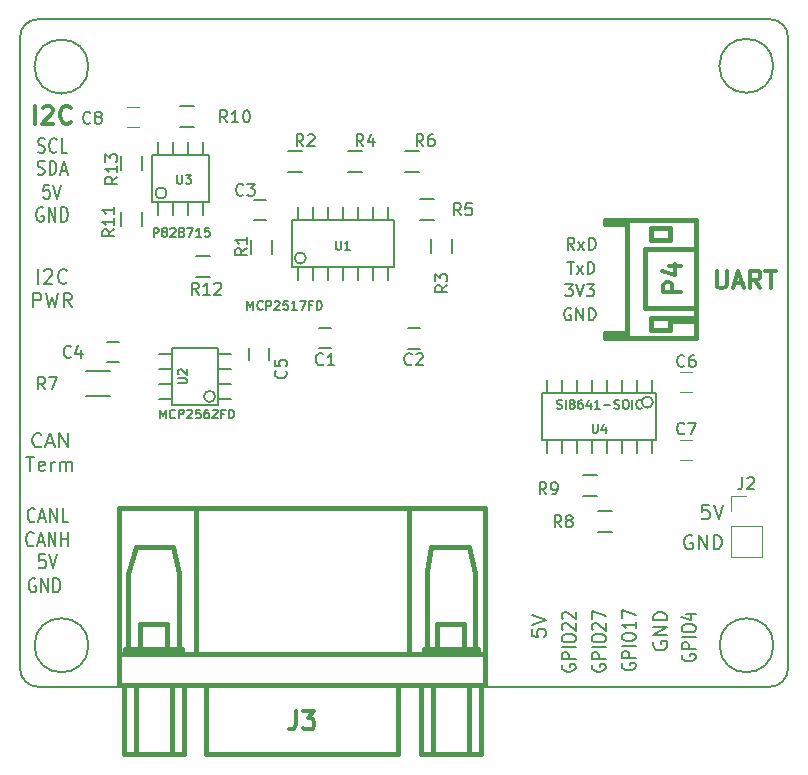
<source format=gto>
G04 #@! TF.FileFunction,Legend,Top*
%FSLAX46Y46*%
G04 Gerber Fmt 4.6, Leading zero omitted, Abs format (unit mm)*
G04 Created by KiCad (PCBNEW 4.0.7-e2-6376~58~ubuntu16.04.1) date Sun Jan  7 22:17:53 2018*
%MOMM*%
%LPD*%
G01*
G04 APERTURE LIST*
%ADD10C,0.100000*%
%ADD11C,0.200000*%
%ADD12C,0.300000*%
%ADD13C,0.150000*%
%ADD14C,0.127000*%
%ADD15C,0.120000*%
%ADD16C,0.381000*%
%ADD17C,0.149860*%
%ADD18C,0.304800*%
G04 APERTURE END LIST*
D10*
D11*
X186334429Y-112626857D02*
X185763000Y-112626857D01*
X185705857Y-113198286D01*
X185763000Y-113141143D01*
X185877286Y-113084000D01*
X186163000Y-113084000D01*
X186277286Y-113141143D01*
X186334429Y-113198286D01*
X186391572Y-113312571D01*
X186391572Y-113598286D01*
X186334429Y-113712571D01*
X186277286Y-113769714D01*
X186163000Y-113826857D01*
X185877286Y-113826857D01*
X185763000Y-113769714D01*
X185705857Y-113712571D01*
X186734429Y-112626857D02*
X187134429Y-113826857D01*
X187534429Y-112626857D01*
X184886715Y-115224000D02*
X184772429Y-115166857D01*
X184601000Y-115166857D01*
X184429572Y-115224000D01*
X184315286Y-115338286D01*
X184258143Y-115452571D01*
X184201000Y-115681143D01*
X184201000Y-115852571D01*
X184258143Y-116081143D01*
X184315286Y-116195429D01*
X184429572Y-116309714D01*
X184601000Y-116366857D01*
X184715286Y-116366857D01*
X184886715Y-116309714D01*
X184943858Y-116252571D01*
X184943858Y-115852571D01*
X184715286Y-115852571D01*
X185458143Y-116366857D02*
X185458143Y-115166857D01*
X186143858Y-116366857D01*
X186143858Y-115166857D01*
X186715286Y-116366857D02*
X186715286Y-115166857D01*
X187001001Y-115166857D01*
X187172429Y-115224000D01*
X187286715Y-115338286D01*
X187343858Y-115452571D01*
X187401001Y-115681143D01*
X187401001Y-115852571D01*
X187343858Y-116081143D01*
X187286715Y-116195429D01*
X187172429Y-116309714D01*
X187001001Y-116366857D01*
X186715286Y-116366857D01*
X181645000Y-124231285D02*
X181587857Y-124345571D01*
X181587857Y-124517000D01*
X181645000Y-124688428D01*
X181759286Y-124802714D01*
X181873571Y-124859857D01*
X182102143Y-124917000D01*
X182273571Y-124917000D01*
X182502143Y-124859857D01*
X182616429Y-124802714D01*
X182730714Y-124688428D01*
X182787857Y-124517000D01*
X182787857Y-124402714D01*
X182730714Y-124231285D01*
X182673571Y-124174142D01*
X182273571Y-124174142D01*
X182273571Y-124402714D01*
X182787857Y-123659857D02*
X181587857Y-123659857D01*
X182787857Y-122974142D01*
X181587857Y-122974142D01*
X182787857Y-122402714D02*
X181587857Y-122402714D01*
X181587857Y-122116999D01*
X181645000Y-121945571D01*
X181759286Y-121831285D01*
X181873571Y-121774142D01*
X182102143Y-121716999D01*
X182273571Y-121716999D01*
X182502143Y-121774142D01*
X182616429Y-121831285D01*
X182730714Y-121945571D01*
X182787857Y-122116999D01*
X182787857Y-122402714D01*
X130111524Y-116792457D02*
X129635333Y-116792457D01*
X129587714Y-117363886D01*
X129635333Y-117306743D01*
X129730571Y-117249600D01*
X129968667Y-117249600D01*
X130063905Y-117306743D01*
X130111524Y-117363886D01*
X130159143Y-117478171D01*
X130159143Y-117763886D01*
X130111524Y-117878171D01*
X130063905Y-117935314D01*
X129968667Y-117992457D01*
X129730571Y-117992457D01*
X129635333Y-117935314D01*
X129587714Y-117878171D01*
X130444857Y-116792457D02*
X130778190Y-117992457D01*
X131111524Y-116792457D01*
X129286096Y-118881600D02*
X129190858Y-118824457D01*
X129048001Y-118824457D01*
X128905143Y-118881600D01*
X128809905Y-118995886D01*
X128762286Y-119110171D01*
X128714667Y-119338743D01*
X128714667Y-119510171D01*
X128762286Y-119738743D01*
X128809905Y-119853029D01*
X128905143Y-119967314D01*
X129048001Y-120024457D01*
X129143239Y-120024457D01*
X129286096Y-119967314D01*
X129333715Y-119910171D01*
X129333715Y-119510171D01*
X129143239Y-119510171D01*
X129762286Y-120024457D02*
X129762286Y-118824457D01*
X130333715Y-120024457D01*
X130333715Y-118824457D01*
X130809905Y-120024457D02*
X130809905Y-118824457D01*
X131048000Y-118824457D01*
X131190858Y-118881600D01*
X131286096Y-118995886D01*
X131333715Y-119110171D01*
X131381334Y-119338743D01*
X131381334Y-119510171D01*
X131333715Y-119738743D01*
X131286096Y-119853029D01*
X131190858Y-119967314D01*
X131048000Y-120024457D01*
X130809905Y-120024457D01*
X130467124Y-85499657D02*
X129990933Y-85499657D01*
X129943314Y-86071086D01*
X129990933Y-86013943D01*
X130086171Y-85956800D01*
X130324267Y-85956800D01*
X130419505Y-86013943D01*
X130467124Y-86071086D01*
X130514743Y-86185371D01*
X130514743Y-86471086D01*
X130467124Y-86585371D01*
X130419505Y-86642514D01*
X130324267Y-86699657D01*
X130086171Y-86699657D01*
X129990933Y-86642514D01*
X129943314Y-86585371D01*
X130800457Y-85499657D02*
X131133790Y-86699657D01*
X131467124Y-85499657D01*
X129946496Y-87487200D02*
X129851258Y-87430057D01*
X129708401Y-87430057D01*
X129565543Y-87487200D01*
X129470305Y-87601486D01*
X129422686Y-87715771D01*
X129375067Y-87944343D01*
X129375067Y-88115771D01*
X129422686Y-88344343D01*
X129470305Y-88458629D01*
X129565543Y-88572914D01*
X129708401Y-88630057D01*
X129803639Y-88630057D01*
X129946496Y-88572914D01*
X129994115Y-88515771D01*
X129994115Y-88115771D01*
X129803639Y-88115771D01*
X130422686Y-88630057D02*
X130422686Y-87430057D01*
X130994115Y-88630057D01*
X130994115Y-87430057D01*
X131470305Y-88630057D02*
X131470305Y-87430057D01*
X131708400Y-87430057D01*
X131851258Y-87487200D01*
X131946496Y-87601486D01*
X131994115Y-87715771D01*
X132041734Y-87944343D01*
X132041734Y-88115771D01*
X131994115Y-88344343D01*
X131946496Y-88458629D01*
X131851258Y-88572914D01*
X131708400Y-88630057D01*
X131470305Y-88630057D01*
X129494114Y-84610514D02*
X129636971Y-84667657D01*
X129875067Y-84667657D01*
X129970305Y-84610514D01*
X130017924Y-84553371D01*
X130065543Y-84439086D01*
X130065543Y-84324800D01*
X130017924Y-84210514D01*
X129970305Y-84153371D01*
X129875067Y-84096229D01*
X129684590Y-84039086D01*
X129589352Y-83981943D01*
X129541733Y-83924800D01*
X129494114Y-83810514D01*
X129494114Y-83696229D01*
X129541733Y-83581943D01*
X129589352Y-83524800D01*
X129684590Y-83467657D01*
X129922686Y-83467657D01*
X130065543Y-83524800D01*
X130494114Y-84667657D02*
X130494114Y-83467657D01*
X130732209Y-83467657D01*
X130875067Y-83524800D01*
X130970305Y-83639086D01*
X131017924Y-83753371D01*
X131065543Y-83981943D01*
X131065543Y-84153371D01*
X131017924Y-84381943D01*
X130970305Y-84496229D01*
X130875067Y-84610514D01*
X130732209Y-84667657D01*
X130494114Y-84667657D01*
X131446495Y-84324800D02*
X131922686Y-84324800D01*
X131351257Y-84667657D02*
X131684590Y-83467657D01*
X132017924Y-84667657D01*
X129517924Y-82730914D02*
X129660781Y-82788057D01*
X129898877Y-82788057D01*
X129994115Y-82730914D01*
X130041734Y-82673771D01*
X130089353Y-82559486D01*
X130089353Y-82445200D01*
X130041734Y-82330914D01*
X129994115Y-82273771D01*
X129898877Y-82216629D01*
X129708400Y-82159486D01*
X129613162Y-82102343D01*
X129565543Y-82045200D01*
X129517924Y-81930914D01*
X129517924Y-81816629D01*
X129565543Y-81702343D01*
X129613162Y-81645200D01*
X129708400Y-81588057D01*
X129946496Y-81588057D01*
X130089353Y-81645200D01*
X131089353Y-82673771D02*
X131041734Y-82730914D01*
X130898877Y-82788057D01*
X130803639Y-82788057D01*
X130660781Y-82730914D01*
X130565543Y-82616629D01*
X130517924Y-82502343D01*
X130470305Y-82273771D01*
X130470305Y-82102343D01*
X130517924Y-81873771D01*
X130565543Y-81759486D01*
X130660781Y-81645200D01*
X130803639Y-81588057D01*
X130898877Y-81588057D01*
X131041734Y-81645200D01*
X131089353Y-81702343D01*
X131994115Y-82788057D02*
X131517924Y-82788057D01*
X131517924Y-81588057D01*
X129784572Y-107632571D02*
X129727429Y-107689714D01*
X129556000Y-107746857D01*
X129441714Y-107746857D01*
X129270286Y-107689714D01*
X129156000Y-107575429D01*
X129098857Y-107461143D01*
X129041714Y-107232571D01*
X129041714Y-107061143D01*
X129098857Y-106832571D01*
X129156000Y-106718286D01*
X129270286Y-106604000D01*
X129441714Y-106546857D01*
X129556000Y-106546857D01*
X129727429Y-106604000D01*
X129784572Y-106661143D01*
X130241714Y-107404000D02*
X130813143Y-107404000D01*
X130127429Y-107746857D02*
X130527429Y-106546857D01*
X130927429Y-107746857D01*
X131327428Y-107746857D02*
X131327428Y-106546857D01*
X132013143Y-107746857D01*
X132013143Y-106546857D01*
X128527429Y-108546857D02*
X129213143Y-108546857D01*
X128870286Y-109746857D02*
X128870286Y-108546857D01*
X130070286Y-109689714D02*
X129956000Y-109746857D01*
X129727429Y-109746857D01*
X129613143Y-109689714D01*
X129556000Y-109575429D01*
X129556000Y-109118286D01*
X129613143Y-109004000D01*
X129727429Y-108946857D01*
X129956000Y-108946857D01*
X130070286Y-109004000D01*
X130127429Y-109118286D01*
X130127429Y-109232571D01*
X129556000Y-109346857D01*
X130641714Y-109746857D02*
X130641714Y-108946857D01*
X130641714Y-109175429D02*
X130698857Y-109061143D01*
X130756000Y-109004000D01*
X130870286Y-108946857D01*
X130984571Y-108946857D01*
X131384571Y-109746857D02*
X131384571Y-108946857D01*
X131384571Y-109061143D02*
X131441714Y-109004000D01*
X131556000Y-108946857D01*
X131727428Y-108946857D01*
X131841714Y-109004000D01*
X131898857Y-109118286D01*
X131898857Y-109746857D01*
X131898857Y-109118286D02*
X131956000Y-109004000D01*
X132070286Y-108946857D01*
X132241714Y-108946857D01*
X132356000Y-109004000D01*
X132413143Y-109118286D01*
X132413143Y-109746857D01*
X173898000Y-126158380D02*
X173840857Y-126253618D01*
X173840857Y-126396475D01*
X173898000Y-126539333D01*
X174012286Y-126634571D01*
X174126571Y-126682190D01*
X174355143Y-126729809D01*
X174526571Y-126729809D01*
X174755143Y-126682190D01*
X174869429Y-126634571D01*
X174983714Y-126539333D01*
X175040857Y-126396475D01*
X175040857Y-126301237D01*
X174983714Y-126158380D01*
X174926571Y-126110761D01*
X174526571Y-126110761D01*
X174526571Y-126301237D01*
X175040857Y-125682190D02*
X173840857Y-125682190D01*
X173840857Y-125301237D01*
X173898000Y-125205999D01*
X173955143Y-125158380D01*
X174069429Y-125110761D01*
X174240857Y-125110761D01*
X174355143Y-125158380D01*
X174412286Y-125205999D01*
X174469429Y-125301237D01*
X174469429Y-125682190D01*
X175040857Y-124682190D02*
X173840857Y-124682190D01*
X173840857Y-124015524D02*
X173840857Y-123825047D01*
X173898000Y-123729809D01*
X174012286Y-123634571D01*
X174240857Y-123586952D01*
X174640857Y-123586952D01*
X174869429Y-123634571D01*
X174983714Y-123729809D01*
X175040857Y-123825047D01*
X175040857Y-124015524D01*
X174983714Y-124110762D01*
X174869429Y-124206000D01*
X174640857Y-124253619D01*
X174240857Y-124253619D01*
X174012286Y-124206000D01*
X173898000Y-124110762D01*
X173840857Y-124015524D01*
X173955143Y-123206000D02*
X173898000Y-123158381D01*
X173840857Y-123063143D01*
X173840857Y-122825047D01*
X173898000Y-122729809D01*
X173955143Y-122682190D01*
X174069429Y-122634571D01*
X174183714Y-122634571D01*
X174355143Y-122682190D01*
X175040857Y-123253619D01*
X175040857Y-122634571D01*
X173955143Y-122253619D02*
X173898000Y-122206000D01*
X173840857Y-122110762D01*
X173840857Y-121872666D01*
X173898000Y-121777428D01*
X173955143Y-121729809D01*
X174069429Y-121682190D01*
X174183714Y-121682190D01*
X174355143Y-121729809D01*
X175040857Y-122301238D01*
X175040857Y-121682190D01*
X176438000Y-126158380D02*
X176380857Y-126253618D01*
X176380857Y-126396475D01*
X176438000Y-126539333D01*
X176552286Y-126634571D01*
X176666571Y-126682190D01*
X176895143Y-126729809D01*
X177066571Y-126729809D01*
X177295143Y-126682190D01*
X177409429Y-126634571D01*
X177523714Y-126539333D01*
X177580857Y-126396475D01*
X177580857Y-126301237D01*
X177523714Y-126158380D01*
X177466571Y-126110761D01*
X177066571Y-126110761D01*
X177066571Y-126301237D01*
X177580857Y-125682190D02*
X176380857Y-125682190D01*
X176380857Y-125301237D01*
X176438000Y-125205999D01*
X176495143Y-125158380D01*
X176609429Y-125110761D01*
X176780857Y-125110761D01*
X176895143Y-125158380D01*
X176952286Y-125205999D01*
X177009429Y-125301237D01*
X177009429Y-125682190D01*
X177580857Y-124682190D02*
X176380857Y-124682190D01*
X176380857Y-124015524D02*
X176380857Y-123825047D01*
X176438000Y-123729809D01*
X176552286Y-123634571D01*
X176780857Y-123586952D01*
X177180857Y-123586952D01*
X177409429Y-123634571D01*
X177523714Y-123729809D01*
X177580857Y-123825047D01*
X177580857Y-124015524D01*
X177523714Y-124110762D01*
X177409429Y-124206000D01*
X177180857Y-124253619D01*
X176780857Y-124253619D01*
X176552286Y-124206000D01*
X176438000Y-124110762D01*
X176380857Y-124015524D01*
X176495143Y-123206000D02*
X176438000Y-123158381D01*
X176380857Y-123063143D01*
X176380857Y-122825047D01*
X176438000Y-122729809D01*
X176495143Y-122682190D01*
X176609429Y-122634571D01*
X176723714Y-122634571D01*
X176895143Y-122682190D01*
X177580857Y-123253619D01*
X177580857Y-122634571D01*
X176380857Y-122301238D02*
X176380857Y-121634571D01*
X177580857Y-122063143D01*
X184058000Y-125301190D02*
X184000857Y-125396428D01*
X184000857Y-125539285D01*
X184058000Y-125682143D01*
X184172286Y-125777381D01*
X184286571Y-125825000D01*
X184515143Y-125872619D01*
X184686571Y-125872619D01*
X184915143Y-125825000D01*
X185029429Y-125777381D01*
X185143714Y-125682143D01*
X185200857Y-125539285D01*
X185200857Y-125444047D01*
X185143714Y-125301190D01*
X185086571Y-125253571D01*
X184686571Y-125253571D01*
X184686571Y-125444047D01*
X185200857Y-124825000D02*
X184000857Y-124825000D01*
X184000857Y-124444047D01*
X184058000Y-124348809D01*
X184115143Y-124301190D01*
X184229429Y-124253571D01*
X184400857Y-124253571D01*
X184515143Y-124301190D01*
X184572286Y-124348809D01*
X184629429Y-124444047D01*
X184629429Y-124825000D01*
X185200857Y-123825000D02*
X184000857Y-123825000D01*
X184000857Y-123158334D02*
X184000857Y-122967857D01*
X184058000Y-122872619D01*
X184172286Y-122777381D01*
X184400857Y-122729762D01*
X184800857Y-122729762D01*
X185029429Y-122777381D01*
X185143714Y-122872619D01*
X185200857Y-122967857D01*
X185200857Y-123158334D01*
X185143714Y-123253572D01*
X185029429Y-123348810D01*
X184800857Y-123396429D01*
X184400857Y-123396429D01*
X184172286Y-123348810D01*
X184058000Y-123253572D01*
X184000857Y-123158334D01*
X184400857Y-121872619D02*
X185200857Y-121872619D01*
X183943714Y-122110715D02*
X184800857Y-122348810D01*
X184800857Y-121729762D01*
X178978000Y-126031380D02*
X178920857Y-126126618D01*
X178920857Y-126269475D01*
X178978000Y-126412333D01*
X179092286Y-126507571D01*
X179206571Y-126555190D01*
X179435143Y-126602809D01*
X179606571Y-126602809D01*
X179835143Y-126555190D01*
X179949429Y-126507571D01*
X180063714Y-126412333D01*
X180120857Y-126269475D01*
X180120857Y-126174237D01*
X180063714Y-126031380D01*
X180006571Y-125983761D01*
X179606571Y-125983761D01*
X179606571Y-126174237D01*
X180120857Y-125555190D02*
X178920857Y-125555190D01*
X178920857Y-125174237D01*
X178978000Y-125078999D01*
X179035143Y-125031380D01*
X179149429Y-124983761D01*
X179320857Y-124983761D01*
X179435143Y-125031380D01*
X179492286Y-125078999D01*
X179549429Y-125174237D01*
X179549429Y-125555190D01*
X180120857Y-124555190D02*
X178920857Y-124555190D01*
X178920857Y-123888524D02*
X178920857Y-123698047D01*
X178978000Y-123602809D01*
X179092286Y-123507571D01*
X179320857Y-123459952D01*
X179720857Y-123459952D01*
X179949429Y-123507571D01*
X180063714Y-123602809D01*
X180120857Y-123698047D01*
X180120857Y-123888524D01*
X180063714Y-123983762D01*
X179949429Y-124079000D01*
X179720857Y-124126619D01*
X179320857Y-124126619D01*
X179092286Y-124079000D01*
X178978000Y-123983762D01*
X178920857Y-123888524D01*
X180120857Y-122507571D02*
X180120857Y-123079000D01*
X180120857Y-122793286D02*
X178920857Y-122793286D01*
X179092286Y-122888524D01*
X179206571Y-122983762D01*
X179263714Y-123079000D01*
X178920857Y-122174238D02*
X178920857Y-121507571D01*
X180120857Y-121936143D01*
X129254381Y-113966571D02*
X129206762Y-114023714D01*
X129063905Y-114080857D01*
X128968667Y-114080857D01*
X128825809Y-114023714D01*
X128730571Y-113909429D01*
X128682952Y-113795143D01*
X128635333Y-113566571D01*
X128635333Y-113395143D01*
X128682952Y-113166571D01*
X128730571Y-113052286D01*
X128825809Y-112938000D01*
X128968667Y-112880857D01*
X129063905Y-112880857D01*
X129206762Y-112938000D01*
X129254381Y-112995143D01*
X129635333Y-113738000D02*
X130111524Y-113738000D01*
X129540095Y-114080857D02*
X129873428Y-112880857D01*
X130206762Y-114080857D01*
X130540095Y-114080857D02*
X130540095Y-112880857D01*
X131111524Y-114080857D01*
X131111524Y-112880857D01*
X132063905Y-114080857D02*
X131587714Y-114080857D01*
X131587714Y-112880857D01*
X129135334Y-115998571D02*
X129087715Y-116055714D01*
X128944858Y-116112857D01*
X128849620Y-116112857D01*
X128706762Y-116055714D01*
X128611524Y-115941429D01*
X128563905Y-115827143D01*
X128516286Y-115598571D01*
X128516286Y-115427143D01*
X128563905Y-115198571D01*
X128611524Y-115084286D01*
X128706762Y-114970000D01*
X128849620Y-114912857D01*
X128944858Y-114912857D01*
X129087715Y-114970000D01*
X129135334Y-115027143D01*
X129516286Y-115770000D02*
X129992477Y-115770000D01*
X129421048Y-116112857D02*
X129754381Y-114912857D01*
X130087715Y-116112857D01*
X130421048Y-116112857D02*
X130421048Y-114912857D01*
X130992477Y-116112857D01*
X130992477Y-114912857D01*
X131468667Y-116112857D02*
X131468667Y-114912857D01*
X131468667Y-115484286D02*
X132040096Y-115484286D01*
X132040096Y-116112857D02*
X132040096Y-114912857D01*
X171300857Y-123164571D02*
X171300857Y-123736000D01*
X171872286Y-123793143D01*
X171815143Y-123736000D01*
X171758000Y-123621714D01*
X171758000Y-123336000D01*
X171815143Y-123221714D01*
X171872286Y-123164571D01*
X171986571Y-123107428D01*
X172272286Y-123107428D01*
X172386571Y-123164571D01*
X172443714Y-123221714D01*
X172500857Y-123336000D01*
X172500857Y-123621714D01*
X172443714Y-123736000D01*
X172386571Y-123793143D01*
X171300857Y-122764571D02*
X172500857Y-122364571D01*
X171300857Y-121964571D01*
X129536971Y-93878457D02*
X129536971Y-92678457D01*
X130051257Y-92792743D02*
X130108400Y-92735600D01*
X130222686Y-92678457D01*
X130508400Y-92678457D01*
X130622686Y-92735600D01*
X130679829Y-92792743D01*
X130736972Y-92907029D01*
X130736972Y-93021314D01*
X130679829Y-93192743D01*
X129994115Y-93878457D01*
X130736972Y-93878457D01*
X131936972Y-93764171D02*
X131879829Y-93821314D01*
X131708400Y-93878457D01*
X131594114Y-93878457D01*
X131422686Y-93821314D01*
X131308400Y-93707029D01*
X131251257Y-93592743D01*
X131194114Y-93364171D01*
X131194114Y-93192743D01*
X131251257Y-92964171D01*
X131308400Y-92849886D01*
X131422686Y-92735600D01*
X131594114Y-92678457D01*
X131708400Y-92678457D01*
X131879829Y-92735600D01*
X131936972Y-92792743D01*
X129108400Y-95878457D02*
X129108400Y-94678457D01*
X129565543Y-94678457D01*
X129679829Y-94735600D01*
X129736972Y-94792743D01*
X129794115Y-94907029D01*
X129794115Y-95078457D01*
X129736972Y-95192743D01*
X129679829Y-95249886D01*
X129565543Y-95307029D01*
X129108400Y-95307029D01*
X130194115Y-94678457D02*
X130479829Y-95878457D01*
X130708400Y-95021314D01*
X130936972Y-95878457D01*
X131222686Y-94678457D01*
X132365544Y-95878457D02*
X131965544Y-95307029D01*
X131679829Y-95878457D02*
X131679829Y-94678457D01*
X132136972Y-94678457D01*
X132251258Y-94735600D01*
X132308401Y-94792743D01*
X132365544Y-94907029D01*
X132365544Y-95078457D01*
X132308401Y-95192743D01*
X132251258Y-95249886D01*
X132136972Y-95307029D01*
X131679829Y-95307029D01*
X174918762Y-91003381D02*
X174585428Y-90527190D01*
X174347333Y-91003381D02*
X174347333Y-90003381D01*
X174728286Y-90003381D01*
X174823524Y-90051000D01*
X174871143Y-90098619D01*
X174918762Y-90193857D01*
X174918762Y-90336714D01*
X174871143Y-90431952D01*
X174823524Y-90479571D01*
X174728286Y-90527190D01*
X174347333Y-90527190D01*
X175252095Y-91003381D02*
X175775905Y-90336714D01*
X175252095Y-90336714D02*
X175775905Y-91003381D01*
X176156857Y-91003381D02*
X176156857Y-90003381D01*
X176394952Y-90003381D01*
X176537810Y-90051000D01*
X176633048Y-90146238D01*
X176680667Y-90241476D01*
X176728286Y-90431952D01*
X176728286Y-90574810D01*
X176680667Y-90765286D01*
X176633048Y-90860524D01*
X176537810Y-90955762D01*
X176394952Y-91003381D01*
X176156857Y-91003381D01*
X174323524Y-92035381D02*
X174894953Y-92035381D01*
X174609238Y-93035381D02*
X174609238Y-92035381D01*
X175133048Y-93035381D02*
X175656858Y-92368714D01*
X175133048Y-92368714D02*
X175656858Y-93035381D01*
X176037810Y-93035381D02*
X176037810Y-92035381D01*
X176275905Y-92035381D01*
X176418763Y-92083000D01*
X176514001Y-92178238D01*
X176561620Y-92273476D01*
X176609239Y-92463952D01*
X176609239Y-92606810D01*
X176561620Y-92797286D01*
X176514001Y-92892524D01*
X176418763Y-92987762D01*
X176275905Y-93035381D01*
X176037810Y-93035381D01*
X174625096Y-96020000D02*
X174529858Y-95972381D01*
X174387001Y-95972381D01*
X174244143Y-96020000D01*
X174148905Y-96115238D01*
X174101286Y-96210476D01*
X174053667Y-96400952D01*
X174053667Y-96543810D01*
X174101286Y-96734286D01*
X174148905Y-96829524D01*
X174244143Y-96924762D01*
X174387001Y-96972381D01*
X174482239Y-96972381D01*
X174625096Y-96924762D01*
X174672715Y-96877143D01*
X174672715Y-96543810D01*
X174482239Y-96543810D01*
X175101286Y-96972381D02*
X175101286Y-95972381D01*
X175672715Y-96972381D01*
X175672715Y-95972381D01*
X176148905Y-96972381D02*
X176148905Y-95972381D01*
X176387000Y-95972381D01*
X176529858Y-96020000D01*
X176625096Y-96115238D01*
X176672715Y-96210476D01*
X176720334Y-96400952D01*
X176720334Y-96543810D01*
X176672715Y-96734286D01*
X176625096Y-96829524D01*
X176529858Y-96924762D01*
X176387000Y-96972381D01*
X176148905Y-96972381D01*
X174148905Y-93940381D02*
X174767953Y-93940381D01*
X174434619Y-94321333D01*
X174577477Y-94321333D01*
X174672715Y-94368952D01*
X174720334Y-94416571D01*
X174767953Y-94511810D01*
X174767953Y-94749905D01*
X174720334Y-94845143D01*
X174672715Y-94892762D01*
X174577477Y-94940381D01*
X174291762Y-94940381D01*
X174196524Y-94892762D01*
X174148905Y-94845143D01*
X175053667Y-93940381D02*
X175387000Y-94940381D01*
X175720334Y-93940381D01*
X175958429Y-93940381D02*
X176577477Y-93940381D01*
X176244143Y-94321333D01*
X176387001Y-94321333D01*
X176482239Y-94368952D01*
X176529858Y-94416571D01*
X176577477Y-94511810D01*
X176577477Y-94749905D01*
X176529858Y-94845143D01*
X176482239Y-94892762D01*
X176387001Y-94940381D01*
X176101286Y-94940381D01*
X176006048Y-94892762D01*
X175958429Y-94845143D01*
D12*
X186964143Y-92777571D02*
X186964143Y-93991857D01*
X187035571Y-94134714D01*
X187107000Y-94206143D01*
X187249857Y-94277571D01*
X187535571Y-94277571D01*
X187678429Y-94206143D01*
X187749857Y-94134714D01*
X187821286Y-93991857D01*
X187821286Y-92777571D01*
X188464143Y-93849000D02*
X189178429Y-93849000D01*
X188321286Y-94277571D02*
X188821286Y-92777571D01*
X189321286Y-94277571D01*
X190678429Y-94277571D02*
X190178429Y-93563286D01*
X189821286Y-94277571D02*
X189821286Y-92777571D01*
X190392714Y-92777571D01*
X190535572Y-92849000D01*
X190607000Y-92920429D01*
X190678429Y-93063286D01*
X190678429Y-93277571D01*
X190607000Y-93420429D01*
X190535572Y-93491857D01*
X190392714Y-93563286D01*
X189821286Y-93563286D01*
X191107000Y-92777571D02*
X191964143Y-92777571D01*
X191535572Y-94277571D02*
X191535572Y-92777571D01*
X129294915Y-80332971D02*
X129294915Y-78832971D01*
X129937772Y-78975829D02*
X130009201Y-78904400D01*
X130152058Y-78832971D01*
X130509201Y-78832971D01*
X130652058Y-78904400D01*
X130723487Y-78975829D01*
X130794915Y-79118686D01*
X130794915Y-79261543D01*
X130723487Y-79475829D01*
X129866344Y-80332971D01*
X130794915Y-80332971D01*
X132294915Y-80190114D02*
X132223486Y-80261543D01*
X132009200Y-80332971D01*
X131866343Y-80332971D01*
X131652058Y-80261543D01*
X131509200Y-80118686D01*
X131437772Y-79975829D01*
X131366343Y-79690114D01*
X131366343Y-79475829D01*
X131437772Y-79190114D01*
X131509200Y-79047257D01*
X131652058Y-78904400D01*
X131866343Y-78832971D01*
X132009200Y-78832971D01*
X132223486Y-78904400D01*
X132294915Y-78975829D01*
D13*
X129500000Y-71500000D02*
X191500000Y-71500000D01*
X128000000Y-126500000D02*
X128000000Y-73000000D01*
X191500000Y-128000000D02*
X129500000Y-128000000D01*
X193000000Y-73000000D02*
X193000000Y-126500000D01*
X129500000Y-71500000D02*
G75*
G03X128000000Y-73000000I0J-1500000D01*
G01*
X128000000Y-126500000D02*
G75*
G03X129500000Y-128000000I1500000J0D01*
G01*
X191500000Y-128000000D02*
G75*
G03X193000000Y-126500000I0J1500000D01*
G01*
X193000000Y-73000000D02*
G75*
G03X191500000Y-71500000I-1500000J0D01*
G01*
X191770000Y-75438000D02*
G75*
G03X191770000Y-75438000I-2286000J0D01*
G01*
X133786000Y-75500000D02*
G75*
G03X133786000Y-75500000I-2286000J0D01*
G01*
X191786000Y-124500000D02*
G75*
G03X191786000Y-124500000I-2286000J0D01*
G01*
X133786000Y-124500000D02*
G75*
G03X133786000Y-124500000I-2286000J0D01*
G01*
X153322400Y-99325800D02*
X154322400Y-99325800D01*
X154322400Y-97625800D02*
X153322400Y-97625800D01*
X161866200Y-97676600D02*
X160866200Y-97676600D01*
X160866200Y-99376600D02*
X161866200Y-99376600D01*
X135390000Y-100545000D02*
X136390000Y-100545000D01*
X136390000Y-98845000D02*
X135390000Y-98845000D01*
X147359000Y-99322000D02*
X147359000Y-100322000D01*
X149059000Y-100322000D02*
X149059000Y-99322000D01*
X147588000Y-91412000D02*
X147588000Y-90212000D01*
X149338000Y-90212000D02*
X149338000Y-91412000D01*
X151850000Y-84441000D02*
X150650000Y-84441000D01*
X150650000Y-82691000D02*
X151850000Y-82691000D01*
X164578000Y-90085000D02*
X164578000Y-91285000D01*
X162828000Y-91285000D02*
X162828000Y-90085000D01*
X156930000Y-84441000D02*
X155730000Y-84441000D01*
X155730000Y-82691000D02*
X156930000Y-82691000D01*
D14*
X139192000Y-82981800D02*
X139192000Y-86944200D01*
X139192000Y-86944200D02*
X144018000Y-86944200D01*
X144018000Y-86944200D02*
X144018000Y-82981800D01*
X144018000Y-82981800D02*
X139192000Y-82981800D01*
X139700000Y-82981800D02*
X139700000Y-81889600D01*
X140970000Y-82981800D02*
X140970000Y-81889600D01*
X142240000Y-82981800D02*
X142240000Y-81889600D01*
X143510000Y-81889600D02*
X143510000Y-82981800D01*
X143510000Y-86944200D02*
X143510000Y-88036400D01*
X142240000Y-88036400D02*
X142240000Y-86944200D01*
X140970000Y-88036400D02*
X140970000Y-86944200D01*
X139700000Y-88036400D02*
X139700000Y-86944200D01*
X140401067Y-86207600D02*
G75*
G03X140401067Y-86207600I-472467J0D01*
G01*
X140817600Y-104165400D02*
X144780000Y-104165400D01*
X144780000Y-104165400D02*
X144780000Y-99339400D01*
X144780000Y-99339400D02*
X140817600Y-99339400D01*
X140817600Y-99339400D02*
X140817600Y-104165400D01*
X140817600Y-103657400D02*
X139725400Y-103657400D01*
X140817600Y-102387400D02*
X139725400Y-102387400D01*
X140817600Y-101117400D02*
X139725400Y-101117400D01*
X139725400Y-99847400D02*
X140817600Y-99847400D01*
X144780000Y-99847400D02*
X145872200Y-99847400D01*
X145872200Y-101117400D02*
X144780000Y-101117400D01*
X145872200Y-102387400D02*
X144780000Y-102387400D01*
X145872200Y-103657400D02*
X144780000Y-103657400D01*
X144515867Y-103428800D02*
G75*
G03X144515867Y-103428800I-472467J0D01*
G01*
X150977600Y-88493600D02*
X150977600Y-92456000D01*
X150977600Y-92456000D02*
X159613600Y-92456000D01*
X159613600Y-92456000D02*
X159613600Y-88493600D01*
X159613600Y-88493600D02*
X150977600Y-88493600D01*
X152755600Y-88493600D02*
X152755600Y-87401400D01*
X154025600Y-88493600D02*
X154025600Y-87401400D01*
X155295600Y-88493600D02*
X155295600Y-87401400D01*
X151485600Y-88493600D02*
X151485600Y-87401400D01*
X156565600Y-87401400D02*
X156565600Y-88493600D01*
X157835600Y-87401400D02*
X157835600Y-88493600D01*
X159105600Y-87401400D02*
X159105600Y-88493600D01*
X159105600Y-92456000D02*
X159105600Y-93548200D01*
X157835600Y-92456000D02*
X157835600Y-93548200D01*
X151485600Y-92456000D02*
X151485600Y-93548200D01*
X152755600Y-93548200D02*
X152755600Y-92456000D01*
X156565600Y-93548200D02*
X156565600Y-92456000D01*
X155295600Y-93548200D02*
X155295600Y-92456000D01*
X154025600Y-93548200D02*
X154025600Y-92456000D01*
X152186667Y-91719400D02*
G75*
G03X152186667Y-91719400I-472467J0D01*
G01*
D13*
X147836000Y-88480000D02*
X148836000Y-88480000D01*
X148836000Y-86780000D02*
X147836000Y-86780000D01*
D15*
X184904000Y-101385000D02*
X183904000Y-101385000D01*
X183904000Y-103085000D02*
X184904000Y-103085000D01*
X184904000Y-107100000D02*
X183904000Y-107100000D01*
X183904000Y-108800000D02*
X184904000Y-108800000D01*
D16*
X183042560Y-96771460D02*
X185242200Y-96771460D01*
X185242200Y-96771460D02*
X185242200Y-97071180D01*
X185242200Y-97071180D02*
X183042560Y-97071180D01*
X180941980Y-90972640D02*
X180941980Y-95971360D01*
X185242200Y-98473260D02*
X185242200Y-88470740D01*
X179341780Y-98473260D02*
X179341780Y-88470740D01*
X180941980Y-90972640D02*
X185242200Y-90972640D01*
X180941980Y-95973900D02*
X185242200Y-95973900D01*
X183042560Y-90175080D02*
X181442360Y-90175080D01*
X183042560Y-89174320D02*
X183042560Y-90175080D01*
X181442360Y-89174320D02*
X183042560Y-89174320D01*
X181442360Y-90175080D02*
X181442360Y-89174320D01*
X181442360Y-97774760D02*
X181442360Y-96774000D01*
X181442360Y-96774000D02*
X183042560Y-96774000D01*
X183042560Y-96774000D02*
X183042560Y-97774760D01*
X183042560Y-97774760D02*
X181442360Y-97774760D01*
X177543460Y-88673940D02*
X179341780Y-88673940D01*
X177543460Y-98270060D02*
X179341780Y-98270060D01*
X185242200Y-88473280D02*
X177543460Y-88473280D01*
X177543460Y-88473280D02*
X177543460Y-88872060D01*
X177543460Y-88872060D02*
X179341780Y-88872060D01*
X179341780Y-98071940D02*
X177543460Y-98071940D01*
X177543460Y-98071940D02*
X177543460Y-98470720D01*
X177543460Y-98470720D02*
X185242200Y-98470720D01*
D13*
X161756000Y-84441000D02*
X160556000Y-84441000D01*
X160556000Y-82691000D02*
X161756000Y-82691000D01*
X135598000Y-103437000D02*
X133598000Y-103437000D01*
X133598000Y-101287000D02*
X135598000Y-101287000D01*
X178146000Y-114921000D02*
X176946000Y-114921000D01*
X176946000Y-113171000D02*
X178146000Y-113171000D01*
X176876000Y-111873000D02*
X175676000Y-111873000D01*
X175676000Y-110123000D02*
X176876000Y-110123000D01*
X142713000Y-80631000D02*
X141513000Y-80631000D01*
X141513000Y-78881000D02*
X142713000Y-78881000D01*
X136539000Y-88992000D02*
X136539000Y-87792000D01*
X138289000Y-87792000D02*
X138289000Y-88992000D01*
X144110000Y-93331000D02*
X142910000Y-93331000D01*
X142910000Y-91581000D02*
X144110000Y-91581000D01*
X136539000Y-84293000D02*
X136539000Y-83093000D01*
X138289000Y-83093000D02*
X138289000Y-84293000D01*
D14*
X178943000Y-107137200D02*
X178943000Y-108229400D01*
X177673000Y-107137200D02*
X177673000Y-108229400D01*
X176403000Y-107137200D02*
X176403000Y-108229400D01*
X180213000Y-107137200D02*
X180213000Y-108229400D01*
X181483000Y-108229400D02*
X181483000Y-107137200D01*
X175133000Y-108229400D02*
X175133000Y-107137200D01*
X173863000Y-108229400D02*
X173863000Y-107137200D01*
X172593000Y-108229400D02*
X172593000Y-107137200D01*
X172593000Y-103174800D02*
X172593000Y-102082600D01*
X173863000Y-103174800D02*
X173863000Y-102082600D01*
X175133000Y-103174800D02*
X175133000Y-102082600D01*
X181483000Y-103174800D02*
X181483000Y-102082600D01*
X180213000Y-102082600D02*
X180213000Y-103174800D01*
X176403000Y-102082600D02*
X176403000Y-103174800D01*
X177673000Y-102082600D02*
X177673000Y-103174800D01*
X178943000Y-102082600D02*
X178943000Y-103174800D01*
X181574467Y-103911400D02*
G75*
G03X181574467Y-103911400I-472467J0D01*
G01*
X181864000Y-107137200D02*
X181864000Y-103174800D01*
X181864000Y-103174800D02*
X172212000Y-103174800D01*
X172212000Y-103174800D02*
X172212000Y-107137200D01*
X172212000Y-107137200D02*
X181864000Y-107137200D01*
D13*
X161833000Y-86755000D02*
X163033000Y-86755000D01*
X163033000Y-88505000D02*
X161833000Y-88505000D01*
D15*
X137041000Y-80606000D02*
X138041000Y-80606000D01*
X138041000Y-78906000D02*
X137041000Y-78906000D01*
X188154000Y-117027000D02*
X190814000Y-117027000D01*
X188154000Y-114427000D02*
X188154000Y-117027000D01*
X190814000Y-114427000D02*
X190814000Y-117027000D01*
X188154000Y-114427000D02*
X190814000Y-114427000D01*
X188154000Y-113157000D02*
X188154000Y-111827000D01*
X188154000Y-111827000D02*
X189484000Y-111827000D01*
D16*
X162433000Y-124841000D02*
X162433000Y-118237000D01*
X162433000Y-118237000D02*
X162814000Y-116205000D01*
X162814000Y-116205000D02*
X165989000Y-116205000D01*
X165989000Y-116205000D02*
X166497000Y-118364000D01*
X166497000Y-118364000D02*
X166497000Y-124841000D01*
X140970000Y-116205000D02*
X141478000Y-118364000D01*
X141478000Y-118364000D02*
X141478000Y-124841000D01*
X137160000Y-124841000D02*
X137160000Y-118491000D01*
X137160000Y-118491000D02*
X137795000Y-116205000D01*
X137795000Y-116205000D02*
X140970000Y-116205000D01*
X166751000Y-124841000D02*
X162179000Y-124841000D01*
X162179000Y-124841000D02*
X162179000Y-125095000D01*
X162179000Y-125095000D02*
X166751000Y-125095000D01*
X166751000Y-125095000D02*
X166751000Y-124841000D01*
X141732000Y-124841000D02*
X136906000Y-124841000D01*
X136906000Y-124841000D02*
X136906000Y-125095000D01*
X136906000Y-125095000D02*
X141732000Y-125095000D01*
X141732000Y-125095000D02*
X141732000Y-124841000D01*
X163322000Y-125222000D02*
X163322000Y-122682000D01*
X163322000Y-122682000D02*
X165608000Y-122682000D01*
X165608000Y-122682000D02*
X165608000Y-125222000D01*
X138176000Y-125222000D02*
X138176000Y-122682000D01*
X138176000Y-122682000D02*
X140462000Y-122682000D01*
X140462000Y-122682000D02*
X140462000Y-125222000D01*
X160909000Y-125222000D02*
X160909000Y-112903000D01*
X142875000Y-125222000D02*
X142875000Y-112903000D01*
X136398000Y-125222000D02*
X167386000Y-125222000D01*
X140843000Y-127889000D02*
X140843000Y-133731000D01*
X137795000Y-127889000D02*
X137795000Y-133731000D01*
X165989000Y-127889000D02*
X165989000Y-133731000D01*
X162941000Y-127889000D02*
X162941000Y-133731000D01*
X161925000Y-127889000D02*
X161925000Y-133731000D01*
X161925000Y-133731000D02*
X167005000Y-133731000D01*
X167005000Y-133731000D02*
X167005000Y-128016000D01*
X136779000Y-127889000D02*
X136779000Y-133731000D01*
X136779000Y-133731000D02*
X141859000Y-133731000D01*
X141859000Y-133731000D02*
X141859000Y-128016000D01*
X143764000Y-127889000D02*
X143764000Y-133731000D01*
X143764000Y-133731000D02*
X160020000Y-133731000D01*
X160020000Y-133731000D02*
X160020000Y-127889000D01*
X136398000Y-127889000D02*
X167386000Y-127889000D01*
X167386000Y-127889000D02*
X167386000Y-112903000D01*
X167386000Y-112903000D02*
X136398000Y-112903000D01*
X136398000Y-112903000D02*
X136398000Y-127889000D01*
D13*
X153655734Y-100687143D02*
X153608115Y-100734762D01*
X153465258Y-100782381D01*
X153370020Y-100782381D01*
X153227162Y-100734762D01*
X153131924Y-100639524D01*
X153084305Y-100544286D01*
X153036686Y-100353810D01*
X153036686Y-100210952D01*
X153084305Y-100020476D01*
X153131924Y-99925238D01*
X153227162Y-99830000D01*
X153370020Y-99782381D01*
X153465258Y-99782381D01*
X153608115Y-99830000D01*
X153655734Y-99877619D01*
X154608115Y-100782381D02*
X154036686Y-100782381D01*
X154322400Y-100782381D02*
X154322400Y-99782381D01*
X154227162Y-99925238D01*
X154131924Y-100020476D01*
X154036686Y-100068095D01*
X161148734Y-100687143D02*
X161101115Y-100734762D01*
X160958258Y-100782381D01*
X160863020Y-100782381D01*
X160720162Y-100734762D01*
X160624924Y-100639524D01*
X160577305Y-100544286D01*
X160529686Y-100353810D01*
X160529686Y-100210952D01*
X160577305Y-100020476D01*
X160624924Y-99925238D01*
X160720162Y-99830000D01*
X160863020Y-99782381D01*
X160958258Y-99782381D01*
X161101115Y-99830000D01*
X161148734Y-99877619D01*
X161529686Y-99877619D02*
X161577305Y-99830000D01*
X161672543Y-99782381D01*
X161910639Y-99782381D01*
X162005877Y-99830000D01*
X162053496Y-99877619D01*
X162101115Y-99972857D01*
X162101115Y-100068095D01*
X162053496Y-100210952D01*
X161482067Y-100782381D01*
X162101115Y-100782381D01*
X132294334Y-100052143D02*
X132246715Y-100099762D01*
X132103858Y-100147381D01*
X132008620Y-100147381D01*
X131865762Y-100099762D01*
X131770524Y-100004524D01*
X131722905Y-99909286D01*
X131675286Y-99718810D01*
X131675286Y-99575952D01*
X131722905Y-99385476D01*
X131770524Y-99290238D01*
X131865762Y-99195000D01*
X132008620Y-99147381D01*
X132103858Y-99147381D01*
X132246715Y-99195000D01*
X132294334Y-99242619D01*
X133151477Y-99480714D02*
X133151477Y-100147381D01*
X132913381Y-99099762D02*
X132675286Y-99814048D01*
X133294334Y-99814048D01*
X150471143Y-101258666D02*
X150518762Y-101306285D01*
X150566381Y-101449142D01*
X150566381Y-101544380D01*
X150518762Y-101687238D01*
X150423524Y-101782476D01*
X150328286Y-101830095D01*
X150137810Y-101877714D01*
X149994952Y-101877714D01*
X149804476Y-101830095D01*
X149709238Y-101782476D01*
X149614000Y-101687238D01*
X149566381Y-101544380D01*
X149566381Y-101449142D01*
X149614000Y-101306285D01*
X149661619Y-101258666D01*
X149566381Y-100353904D02*
X149566381Y-100830095D01*
X150042571Y-100877714D01*
X149994952Y-100830095D01*
X149947333Y-100734857D01*
X149947333Y-100496761D01*
X149994952Y-100401523D01*
X150042571Y-100353904D01*
X150137810Y-100306285D01*
X150375905Y-100306285D01*
X150471143Y-100353904D01*
X150518762Y-100401523D01*
X150566381Y-100496761D01*
X150566381Y-100734857D01*
X150518762Y-100830095D01*
X150471143Y-100877714D01*
X147213581Y-90877066D02*
X146737390Y-91210400D01*
X147213581Y-91448495D02*
X146213581Y-91448495D01*
X146213581Y-91067542D01*
X146261200Y-90972304D01*
X146308819Y-90924685D01*
X146404057Y-90877066D01*
X146546914Y-90877066D01*
X146642152Y-90924685D01*
X146689771Y-90972304D01*
X146737390Y-91067542D01*
X146737390Y-91448495D01*
X147213581Y-89924685D02*
X147213581Y-90496114D01*
X147213581Y-90210400D02*
X146213581Y-90210400D01*
X146356438Y-90305638D01*
X146451676Y-90400876D01*
X146499295Y-90496114D01*
X151979334Y-82240381D02*
X151646000Y-81764190D01*
X151407905Y-82240381D02*
X151407905Y-81240381D01*
X151788858Y-81240381D01*
X151884096Y-81288000D01*
X151931715Y-81335619D01*
X151979334Y-81430857D01*
X151979334Y-81573714D01*
X151931715Y-81668952D01*
X151884096Y-81716571D01*
X151788858Y-81764190D01*
X151407905Y-81764190D01*
X152360286Y-81335619D02*
X152407905Y-81288000D01*
X152503143Y-81240381D01*
X152741239Y-81240381D01*
X152836477Y-81288000D01*
X152884096Y-81335619D01*
X152931715Y-81430857D01*
X152931715Y-81526095D01*
X152884096Y-81668952D01*
X152312667Y-82240381D01*
X152931715Y-82240381D01*
X164155381Y-94019666D02*
X163679190Y-94353000D01*
X164155381Y-94591095D02*
X163155381Y-94591095D01*
X163155381Y-94210142D01*
X163203000Y-94114904D01*
X163250619Y-94067285D01*
X163345857Y-94019666D01*
X163488714Y-94019666D01*
X163583952Y-94067285D01*
X163631571Y-94114904D01*
X163679190Y-94210142D01*
X163679190Y-94591095D01*
X163155381Y-93686333D02*
X163155381Y-93067285D01*
X163536333Y-93400619D01*
X163536333Y-93257761D01*
X163583952Y-93162523D01*
X163631571Y-93114904D01*
X163726810Y-93067285D01*
X163964905Y-93067285D01*
X164060143Y-93114904D01*
X164107762Y-93162523D01*
X164155381Y-93257761D01*
X164155381Y-93543476D01*
X164107762Y-93638714D01*
X164060143Y-93686333D01*
X157059334Y-82240381D02*
X156726000Y-81764190D01*
X156487905Y-82240381D02*
X156487905Y-81240381D01*
X156868858Y-81240381D01*
X156964096Y-81288000D01*
X157011715Y-81335619D01*
X157059334Y-81430857D01*
X157059334Y-81573714D01*
X157011715Y-81668952D01*
X156964096Y-81716571D01*
X156868858Y-81764190D01*
X156487905Y-81764190D01*
X157916477Y-81573714D02*
X157916477Y-82240381D01*
X157678381Y-81192762D02*
X157440286Y-81907048D01*
X158059334Y-81907048D01*
D17*
X141288105Y-84679669D02*
X141288105Y-85286245D01*
X141323786Y-85357607D01*
X141359467Y-85393288D01*
X141430829Y-85428969D01*
X141573552Y-85428969D01*
X141644914Y-85393288D01*
X141680595Y-85357607D01*
X141716276Y-85286245D01*
X141716276Y-84679669D01*
X142001724Y-84679669D02*
X142465576Y-84679669D01*
X142215810Y-84965117D01*
X142322852Y-84965117D01*
X142394214Y-85000798D01*
X142429895Y-85036479D01*
X142465576Y-85107840D01*
X142465576Y-85286245D01*
X142429895Y-85357607D01*
X142394214Y-85393288D01*
X142322852Y-85428969D01*
X142108767Y-85428969D01*
X142037405Y-85393288D01*
X142001724Y-85357607D01*
X139300858Y-89924769D02*
X139300858Y-89175469D01*
X139586305Y-89175469D01*
X139657667Y-89211150D01*
X139693348Y-89246831D01*
X139729029Y-89318193D01*
X139729029Y-89425236D01*
X139693348Y-89496598D01*
X139657667Y-89532279D01*
X139586305Y-89567960D01*
X139300858Y-89567960D01*
X140157201Y-89496598D02*
X140085839Y-89460917D01*
X140050158Y-89425236D01*
X140014477Y-89353874D01*
X140014477Y-89318193D01*
X140050158Y-89246831D01*
X140085839Y-89211150D01*
X140157201Y-89175469D01*
X140299924Y-89175469D01*
X140371286Y-89211150D01*
X140406967Y-89246831D01*
X140442648Y-89318193D01*
X140442648Y-89353874D01*
X140406967Y-89425236D01*
X140371286Y-89460917D01*
X140299924Y-89496598D01*
X140157201Y-89496598D01*
X140085839Y-89532279D01*
X140050158Y-89567960D01*
X140014477Y-89639321D01*
X140014477Y-89782045D01*
X140050158Y-89853407D01*
X140085839Y-89889088D01*
X140157201Y-89924769D01*
X140299924Y-89924769D01*
X140371286Y-89889088D01*
X140406967Y-89853407D01*
X140442648Y-89782045D01*
X140442648Y-89639321D01*
X140406967Y-89567960D01*
X140371286Y-89532279D01*
X140299924Y-89496598D01*
X140728096Y-89246831D02*
X140763777Y-89211150D01*
X140835139Y-89175469D01*
X141013543Y-89175469D01*
X141084905Y-89211150D01*
X141120586Y-89246831D01*
X141156267Y-89318193D01*
X141156267Y-89389555D01*
X141120586Y-89496598D01*
X140692415Y-89924769D01*
X141156267Y-89924769D01*
X141727162Y-89532279D02*
X141834205Y-89567960D01*
X141869886Y-89603640D01*
X141905567Y-89675002D01*
X141905567Y-89782045D01*
X141869886Y-89853407D01*
X141834205Y-89889088D01*
X141762843Y-89924769D01*
X141477396Y-89924769D01*
X141477396Y-89175469D01*
X141727162Y-89175469D01*
X141798524Y-89211150D01*
X141834205Y-89246831D01*
X141869886Y-89318193D01*
X141869886Y-89389555D01*
X141834205Y-89460917D01*
X141798524Y-89496598D01*
X141727162Y-89532279D01*
X141477396Y-89532279D01*
X142155334Y-89175469D02*
X142654867Y-89175469D01*
X142333739Y-89924769D01*
X143332805Y-89924769D02*
X142904634Y-89924769D01*
X143118720Y-89924769D02*
X143118720Y-89175469D01*
X143047358Y-89282512D01*
X142975996Y-89353874D01*
X142904634Y-89389555D01*
X144010743Y-89175469D02*
X143653934Y-89175469D01*
X143618253Y-89532279D01*
X143653934Y-89496598D01*
X143725296Y-89460917D01*
X143903700Y-89460917D01*
X143975062Y-89496598D01*
X144010743Y-89532279D01*
X144046424Y-89603640D01*
X144046424Y-89782045D01*
X144010743Y-89853407D01*
X143975062Y-89889088D01*
X143903700Y-89924769D01*
X143725296Y-89924769D01*
X143653934Y-89889088D01*
X143618253Y-89853407D01*
X141372469Y-102323295D02*
X141979045Y-102323295D01*
X142050407Y-102287614D01*
X142086088Y-102251933D01*
X142121769Y-102180571D01*
X142121769Y-102037848D01*
X142086088Y-101966486D01*
X142050407Y-101930805D01*
X141979045Y-101895124D01*
X141372469Y-101895124D01*
X141443831Y-101573995D02*
X141408150Y-101538314D01*
X141372469Y-101466952D01*
X141372469Y-101288548D01*
X141408150Y-101217186D01*
X141443831Y-101181505D01*
X141515193Y-101145824D01*
X141586555Y-101145824D01*
X141693598Y-101181505D01*
X142121769Y-101609676D01*
X142121769Y-101145824D01*
X139829117Y-105291769D02*
X139829117Y-104542469D01*
X140078883Y-105077683D01*
X140328650Y-104542469D01*
X140328650Y-105291769D01*
X141113631Y-105220407D02*
X141077950Y-105256088D01*
X140970907Y-105291769D01*
X140899545Y-105291769D01*
X140792503Y-105256088D01*
X140721141Y-105184726D01*
X140685460Y-105113364D01*
X140649779Y-104970640D01*
X140649779Y-104863598D01*
X140685460Y-104720874D01*
X140721141Y-104649512D01*
X140792503Y-104578150D01*
X140899545Y-104542469D01*
X140970907Y-104542469D01*
X141077950Y-104578150D01*
X141113631Y-104613831D01*
X141434760Y-105291769D02*
X141434760Y-104542469D01*
X141720207Y-104542469D01*
X141791569Y-104578150D01*
X141827250Y-104613831D01*
X141862931Y-104685193D01*
X141862931Y-104792236D01*
X141827250Y-104863598D01*
X141791569Y-104899279D01*
X141720207Y-104934960D01*
X141434760Y-104934960D01*
X142148379Y-104613831D02*
X142184060Y-104578150D01*
X142255422Y-104542469D01*
X142433826Y-104542469D01*
X142505188Y-104578150D01*
X142540869Y-104613831D01*
X142576550Y-104685193D01*
X142576550Y-104756555D01*
X142540869Y-104863598D01*
X142112698Y-105291769D01*
X142576550Y-105291769D01*
X143254488Y-104542469D02*
X142897679Y-104542469D01*
X142861998Y-104899279D01*
X142897679Y-104863598D01*
X142969041Y-104827917D01*
X143147445Y-104827917D01*
X143218807Y-104863598D01*
X143254488Y-104899279D01*
X143290169Y-104970640D01*
X143290169Y-105149045D01*
X143254488Y-105220407D01*
X143218807Y-105256088D01*
X143147445Y-105291769D01*
X142969041Y-105291769D01*
X142897679Y-105256088D01*
X142861998Y-105220407D01*
X143932426Y-104542469D02*
X143789703Y-104542469D01*
X143718341Y-104578150D01*
X143682660Y-104613831D01*
X143611298Y-104720874D01*
X143575617Y-104863598D01*
X143575617Y-105149045D01*
X143611298Y-105220407D01*
X143646979Y-105256088D01*
X143718341Y-105291769D01*
X143861064Y-105291769D01*
X143932426Y-105256088D01*
X143968107Y-105220407D01*
X144003788Y-105149045D01*
X144003788Y-104970640D01*
X143968107Y-104899279D01*
X143932426Y-104863598D01*
X143861064Y-104827917D01*
X143718341Y-104827917D01*
X143646979Y-104863598D01*
X143611298Y-104899279D01*
X143575617Y-104970640D01*
X144289236Y-104613831D02*
X144324917Y-104578150D01*
X144396279Y-104542469D01*
X144574683Y-104542469D01*
X144646045Y-104578150D01*
X144681726Y-104613831D01*
X144717407Y-104685193D01*
X144717407Y-104756555D01*
X144681726Y-104863598D01*
X144253555Y-105291769D01*
X144717407Y-105291769D01*
X145288302Y-104899279D02*
X145038536Y-104899279D01*
X145038536Y-105291769D02*
X145038536Y-104542469D01*
X145395345Y-104542469D01*
X145680793Y-105291769D02*
X145680793Y-104542469D01*
X145859198Y-104542469D01*
X145966240Y-104578150D01*
X146037602Y-104649512D01*
X146073283Y-104720874D01*
X146108964Y-104863598D01*
X146108964Y-104970640D01*
X146073283Y-105113364D01*
X146037602Y-105184726D01*
X145966240Y-105256088D01*
X145859198Y-105291769D01*
X145680793Y-105291769D01*
X154750105Y-90267669D02*
X154750105Y-90874245D01*
X154785786Y-90945607D01*
X154821467Y-90981288D01*
X154892829Y-91016969D01*
X155035552Y-91016969D01*
X155106914Y-90981288D01*
X155142595Y-90945607D01*
X155178276Y-90874245D01*
X155178276Y-90267669D01*
X155927576Y-91016969D02*
X155499405Y-91016969D01*
X155713491Y-91016969D02*
X155713491Y-90267669D01*
X155642129Y-90374712D01*
X155570767Y-90446074D01*
X155499405Y-90481755D01*
X147245917Y-96096969D02*
X147245917Y-95347669D01*
X147495683Y-95882883D01*
X147745450Y-95347669D01*
X147745450Y-96096969D01*
X148530431Y-96025607D02*
X148494750Y-96061288D01*
X148387707Y-96096969D01*
X148316345Y-96096969D01*
X148209303Y-96061288D01*
X148137941Y-95989926D01*
X148102260Y-95918564D01*
X148066579Y-95775840D01*
X148066579Y-95668798D01*
X148102260Y-95526074D01*
X148137941Y-95454712D01*
X148209303Y-95383350D01*
X148316345Y-95347669D01*
X148387707Y-95347669D01*
X148494750Y-95383350D01*
X148530431Y-95419031D01*
X148851560Y-96096969D02*
X148851560Y-95347669D01*
X149137007Y-95347669D01*
X149208369Y-95383350D01*
X149244050Y-95419031D01*
X149279731Y-95490393D01*
X149279731Y-95597436D01*
X149244050Y-95668798D01*
X149208369Y-95704479D01*
X149137007Y-95740160D01*
X148851560Y-95740160D01*
X149565179Y-95419031D02*
X149600860Y-95383350D01*
X149672222Y-95347669D01*
X149850626Y-95347669D01*
X149921988Y-95383350D01*
X149957669Y-95419031D01*
X149993350Y-95490393D01*
X149993350Y-95561755D01*
X149957669Y-95668798D01*
X149529498Y-96096969D01*
X149993350Y-96096969D01*
X150671288Y-95347669D02*
X150314479Y-95347669D01*
X150278798Y-95704479D01*
X150314479Y-95668798D01*
X150385841Y-95633117D01*
X150564245Y-95633117D01*
X150635607Y-95668798D01*
X150671288Y-95704479D01*
X150706969Y-95775840D01*
X150706969Y-95954245D01*
X150671288Y-96025607D01*
X150635607Y-96061288D01*
X150564245Y-96096969D01*
X150385841Y-96096969D01*
X150314479Y-96061288D01*
X150278798Y-96025607D01*
X151420588Y-96096969D02*
X150992417Y-96096969D01*
X151206503Y-96096969D02*
X151206503Y-95347669D01*
X151135141Y-95454712D01*
X151063779Y-95526074D01*
X150992417Y-95561755D01*
X151670355Y-95347669D02*
X152169888Y-95347669D01*
X151848760Y-96096969D01*
X152705102Y-95704479D02*
X152455336Y-95704479D01*
X152455336Y-96096969D02*
X152455336Y-95347669D01*
X152812145Y-95347669D01*
X153097593Y-96096969D02*
X153097593Y-95347669D01*
X153275998Y-95347669D01*
X153383040Y-95383350D01*
X153454402Y-95454712D01*
X153490083Y-95526074D01*
X153525764Y-95668798D01*
X153525764Y-95775840D01*
X153490083Y-95918564D01*
X153454402Y-95989926D01*
X153383040Y-96061288D01*
X153275998Y-96096969D01*
X153097593Y-96096969D01*
D13*
X146899334Y-86336143D02*
X146851715Y-86383762D01*
X146708858Y-86431381D01*
X146613620Y-86431381D01*
X146470762Y-86383762D01*
X146375524Y-86288524D01*
X146327905Y-86193286D01*
X146280286Y-86002810D01*
X146280286Y-85859952D01*
X146327905Y-85669476D01*
X146375524Y-85574238D01*
X146470762Y-85479000D01*
X146613620Y-85431381D01*
X146708858Y-85431381D01*
X146851715Y-85479000D01*
X146899334Y-85526619D01*
X147232667Y-85431381D02*
X147851715Y-85431381D01*
X147518381Y-85812333D01*
X147661239Y-85812333D01*
X147756477Y-85859952D01*
X147804096Y-85907571D01*
X147851715Y-86002810D01*
X147851715Y-86240905D01*
X147804096Y-86336143D01*
X147756477Y-86383762D01*
X147661239Y-86431381D01*
X147375524Y-86431381D01*
X147280286Y-86383762D01*
X147232667Y-86336143D01*
X184237334Y-100842143D02*
X184189715Y-100889762D01*
X184046858Y-100937381D01*
X183951620Y-100937381D01*
X183808762Y-100889762D01*
X183713524Y-100794524D01*
X183665905Y-100699286D01*
X183618286Y-100508810D01*
X183618286Y-100365952D01*
X183665905Y-100175476D01*
X183713524Y-100080238D01*
X183808762Y-99985000D01*
X183951620Y-99937381D01*
X184046858Y-99937381D01*
X184189715Y-99985000D01*
X184237334Y-100032619D01*
X185094477Y-99937381D02*
X184904000Y-99937381D01*
X184808762Y-99985000D01*
X184761143Y-100032619D01*
X184665905Y-100175476D01*
X184618286Y-100365952D01*
X184618286Y-100746905D01*
X184665905Y-100842143D01*
X184713524Y-100889762D01*
X184808762Y-100937381D01*
X184999239Y-100937381D01*
X185094477Y-100889762D01*
X185142096Y-100842143D01*
X185189715Y-100746905D01*
X185189715Y-100508810D01*
X185142096Y-100413571D01*
X185094477Y-100365952D01*
X184999239Y-100318333D01*
X184808762Y-100318333D01*
X184713524Y-100365952D01*
X184665905Y-100413571D01*
X184618286Y-100508810D01*
X184237334Y-106557143D02*
X184189715Y-106604762D01*
X184046858Y-106652381D01*
X183951620Y-106652381D01*
X183808762Y-106604762D01*
X183713524Y-106509524D01*
X183665905Y-106414286D01*
X183618286Y-106223810D01*
X183618286Y-106080952D01*
X183665905Y-105890476D01*
X183713524Y-105795238D01*
X183808762Y-105700000D01*
X183951620Y-105652381D01*
X184046858Y-105652381D01*
X184189715Y-105700000D01*
X184237334Y-105747619D01*
X184570667Y-105652381D02*
X185237334Y-105652381D01*
X184808762Y-106652381D01*
D18*
X183950429Y-94596857D02*
X182426429Y-94596857D01*
X182426429Y-94016285D01*
X182499000Y-93871143D01*
X182571571Y-93798571D01*
X182716714Y-93726000D01*
X182934429Y-93726000D01*
X183079571Y-93798571D01*
X183152143Y-93871143D01*
X183224714Y-94016285D01*
X183224714Y-94596857D01*
X182934429Y-92419714D02*
X183950429Y-92419714D01*
X182353857Y-92782571D02*
X183442429Y-93145428D01*
X183442429Y-92202000D01*
D13*
X162139334Y-82240381D02*
X161806000Y-81764190D01*
X161567905Y-82240381D02*
X161567905Y-81240381D01*
X161948858Y-81240381D01*
X162044096Y-81288000D01*
X162091715Y-81335619D01*
X162139334Y-81430857D01*
X162139334Y-81573714D01*
X162091715Y-81668952D01*
X162044096Y-81716571D01*
X161948858Y-81764190D01*
X161567905Y-81764190D01*
X162996477Y-81240381D02*
X162806000Y-81240381D01*
X162710762Y-81288000D01*
X162663143Y-81335619D01*
X162567905Y-81478476D01*
X162520286Y-81668952D01*
X162520286Y-82049905D01*
X162567905Y-82145143D01*
X162615524Y-82192762D01*
X162710762Y-82240381D01*
X162901239Y-82240381D01*
X162996477Y-82192762D01*
X163044096Y-82145143D01*
X163091715Y-82049905D01*
X163091715Y-81811810D01*
X163044096Y-81716571D01*
X162996477Y-81668952D01*
X162901239Y-81621333D01*
X162710762Y-81621333D01*
X162615524Y-81668952D01*
X162567905Y-81716571D01*
X162520286Y-81811810D01*
X130113334Y-102814381D02*
X129780000Y-102338190D01*
X129541905Y-102814381D02*
X129541905Y-101814381D01*
X129922858Y-101814381D01*
X130018096Y-101862000D01*
X130065715Y-101909619D01*
X130113334Y-102004857D01*
X130113334Y-102147714D01*
X130065715Y-102242952D01*
X130018096Y-102290571D01*
X129922858Y-102338190D01*
X129541905Y-102338190D01*
X130446667Y-101814381D02*
X131113334Y-101814381D01*
X130684762Y-102814381D01*
X173823334Y-114498381D02*
X173490000Y-114022190D01*
X173251905Y-114498381D02*
X173251905Y-113498381D01*
X173632858Y-113498381D01*
X173728096Y-113546000D01*
X173775715Y-113593619D01*
X173823334Y-113688857D01*
X173823334Y-113831714D01*
X173775715Y-113926952D01*
X173728096Y-113974571D01*
X173632858Y-114022190D01*
X173251905Y-114022190D01*
X174394762Y-113926952D02*
X174299524Y-113879333D01*
X174251905Y-113831714D01*
X174204286Y-113736476D01*
X174204286Y-113688857D01*
X174251905Y-113593619D01*
X174299524Y-113546000D01*
X174394762Y-113498381D01*
X174585239Y-113498381D01*
X174680477Y-113546000D01*
X174728096Y-113593619D01*
X174775715Y-113688857D01*
X174775715Y-113736476D01*
X174728096Y-113831714D01*
X174680477Y-113879333D01*
X174585239Y-113926952D01*
X174394762Y-113926952D01*
X174299524Y-113974571D01*
X174251905Y-114022190D01*
X174204286Y-114117429D01*
X174204286Y-114307905D01*
X174251905Y-114403143D01*
X174299524Y-114450762D01*
X174394762Y-114498381D01*
X174585239Y-114498381D01*
X174680477Y-114450762D01*
X174728096Y-114403143D01*
X174775715Y-114307905D01*
X174775715Y-114117429D01*
X174728096Y-114022190D01*
X174680477Y-113974571D01*
X174585239Y-113926952D01*
X172553334Y-111704381D02*
X172220000Y-111228190D01*
X171981905Y-111704381D02*
X171981905Y-110704381D01*
X172362858Y-110704381D01*
X172458096Y-110752000D01*
X172505715Y-110799619D01*
X172553334Y-110894857D01*
X172553334Y-111037714D01*
X172505715Y-111132952D01*
X172458096Y-111180571D01*
X172362858Y-111228190D01*
X171981905Y-111228190D01*
X173029524Y-111704381D02*
X173220000Y-111704381D01*
X173315239Y-111656762D01*
X173362858Y-111609143D01*
X173458096Y-111466286D01*
X173505715Y-111275810D01*
X173505715Y-110894857D01*
X173458096Y-110799619D01*
X173410477Y-110752000D01*
X173315239Y-110704381D01*
X173124762Y-110704381D01*
X173029524Y-110752000D01*
X172981905Y-110799619D01*
X172934286Y-110894857D01*
X172934286Y-111132952D01*
X172981905Y-111228190D01*
X173029524Y-111275810D01*
X173124762Y-111323429D01*
X173315239Y-111323429D01*
X173410477Y-111275810D01*
X173458096Y-111228190D01*
X173505715Y-111132952D01*
X145534143Y-80208381D02*
X145200809Y-79732190D01*
X144962714Y-80208381D02*
X144962714Y-79208381D01*
X145343667Y-79208381D01*
X145438905Y-79256000D01*
X145486524Y-79303619D01*
X145534143Y-79398857D01*
X145534143Y-79541714D01*
X145486524Y-79636952D01*
X145438905Y-79684571D01*
X145343667Y-79732190D01*
X144962714Y-79732190D01*
X146486524Y-80208381D02*
X145915095Y-80208381D01*
X146200809Y-80208381D02*
X146200809Y-79208381D01*
X146105571Y-79351238D01*
X146010333Y-79446476D01*
X145915095Y-79494095D01*
X147105571Y-79208381D02*
X147200810Y-79208381D01*
X147296048Y-79256000D01*
X147343667Y-79303619D01*
X147391286Y-79398857D01*
X147438905Y-79589333D01*
X147438905Y-79827429D01*
X147391286Y-80017905D01*
X147343667Y-80113143D01*
X147296048Y-80160762D01*
X147200810Y-80208381D01*
X147105571Y-80208381D01*
X147010333Y-80160762D01*
X146962714Y-80113143D01*
X146915095Y-80017905D01*
X146867476Y-79827429D01*
X146867476Y-79589333D01*
X146915095Y-79398857D01*
X146962714Y-79303619D01*
X147010333Y-79256000D01*
X147105571Y-79208381D01*
X135961381Y-89288857D02*
X135485190Y-89622191D01*
X135961381Y-89860286D02*
X134961381Y-89860286D01*
X134961381Y-89479333D01*
X135009000Y-89384095D01*
X135056619Y-89336476D01*
X135151857Y-89288857D01*
X135294714Y-89288857D01*
X135389952Y-89336476D01*
X135437571Y-89384095D01*
X135485190Y-89479333D01*
X135485190Y-89860286D01*
X135961381Y-88336476D02*
X135961381Y-88907905D01*
X135961381Y-88622191D02*
X134961381Y-88622191D01*
X135104238Y-88717429D01*
X135199476Y-88812667D01*
X135247095Y-88907905D01*
X135961381Y-87384095D02*
X135961381Y-87955524D01*
X135961381Y-87669810D02*
X134961381Y-87669810D01*
X135104238Y-87765048D01*
X135199476Y-87860286D01*
X135247095Y-87955524D01*
X143121143Y-94813381D02*
X142787809Y-94337190D01*
X142549714Y-94813381D02*
X142549714Y-93813381D01*
X142930667Y-93813381D01*
X143025905Y-93861000D01*
X143073524Y-93908619D01*
X143121143Y-94003857D01*
X143121143Y-94146714D01*
X143073524Y-94241952D01*
X143025905Y-94289571D01*
X142930667Y-94337190D01*
X142549714Y-94337190D01*
X144073524Y-94813381D02*
X143502095Y-94813381D01*
X143787809Y-94813381D02*
X143787809Y-93813381D01*
X143692571Y-93956238D01*
X143597333Y-94051476D01*
X143502095Y-94099095D01*
X144454476Y-93908619D02*
X144502095Y-93861000D01*
X144597333Y-93813381D01*
X144835429Y-93813381D01*
X144930667Y-93861000D01*
X144978286Y-93908619D01*
X145025905Y-94003857D01*
X145025905Y-94099095D01*
X144978286Y-94241952D01*
X144406857Y-94813381D01*
X145025905Y-94813381D01*
X136215381Y-84843857D02*
X135739190Y-85177191D01*
X136215381Y-85415286D02*
X135215381Y-85415286D01*
X135215381Y-85034333D01*
X135263000Y-84939095D01*
X135310619Y-84891476D01*
X135405857Y-84843857D01*
X135548714Y-84843857D01*
X135643952Y-84891476D01*
X135691571Y-84939095D01*
X135739190Y-85034333D01*
X135739190Y-85415286D01*
X136215381Y-83891476D02*
X136215381Y-84462905D01*
X136215381Y-84177191D02*
X135215381Y-84177191D01*
X135358238Y-84272429D01*
X135453476Y-84367667D01*
X135501095Y-84462905D01*
X135215381Y-83558143D02*
X135215381Y-82939095D01*
X135596333Y-83272429D01*
X135596333Y-83129571D01*
X135643952Y-83034333D01*
X135691571Y-82986714D01*
X135786810Y-82939095D01*
X136024905Y-82939095D01*
X136120143Y-82986714D01*
X136167762Y-83034333D01*
X136215381Y-83129571D01*
X136215381Y-83415286D01*
X136167762Y-83510524D01*
X136120143Y-83558143D01*
D17*
X176467105Y-105761669D02*
X176467105Y-106368245D01*
X176502786Y-106439607D01*
X176538467Y-106475288D01*
X176609829Y-106510969D01*
X176752552Y-106510969D01*
X176823914Y-106475288D01*
X176859595Y-106439607D01*
X176895276Y-106368245D01*
X176895276Y-105761669D01*
X177573214Y-106011436D02*
X177573214Y-106510969D01*
X177394810Y-105725988D02*
X177216405Y-106261202D01*
X177680257Y-106261202D01*
X173452064Y-104443288D02*
X173559107Y-104478969D01*
X173737511Y-104478969D01*
X173808873Y-104443288D01*
X173844554Y-104407607D01*
X173880235Y-104336245D01*
X173880235Y-104264883D01*
X173844554Y-104193521D01*
X173808873Y-104157840D01*
X173737511Y-104122160D01*
X173594788Y-104086479D01*
X173523426Y-104050798D01*
X173487745Y-104015117D01*
X173452064Y-103943755D01*
X173452064Y-103872393D01*
X173487745Y-103801031D01*
X173523426Y-103765350D01*
X173594788Y-103729669D01*
X173773192Y-103729669D01*
X173880235Y-103765350D01*
X174201364Y-104478969D02*
X174201364Y-103729669D01*
X174665217Y-104050798D02*
X174593855Y-104015117D01*
X174558174Y-103979436D01*
X174522493Y-103908074D01*
X174522493Y-103872393D01*
X174558174Y-103801031D01*
X174593855Y-103765350D01*
X174665217Y-103729669D01*
X174807940Y-103729669D01*
X174879302Y-103765350D01*
X174914983Y-103801031D01*
X174950664Y-103872393D01*
X174950664Y-103908074D01*
X174914983Y-103979436D01*
X174879302Y-104015117D01*
X174807940Y-104050798D01*
X174665217Y-104050798D01*
X174593855Y-104086479D01*
X174558174Y-104122160D01*
X174522493Y-104193521D01*
X174522493Y-104336245D01*
X174558174Y-104407607D01*
X174593855Y-104443288D01*
X174665217Y-104478969D01*
X174807940Y-104478969D01*
X174879302Y-104443288D01*
X174914983Y-104407607D01*
X174950664Y-104336245D01*
X174950664Y-104193521D01*
X174914983Y-104122160D01*
X174879302Y-104086479D01*
X174807940Y-104050798D01*
X175592921Y-103729669D02*
X175450198Y-103729669D01*
X175378836Y-103765350D01*
X175343155Y-103801031D01*
X175271793Y-103908074D01*
X175236112Y-104050798D01*
X175236112Y-104336245D01*
X175271793Y-104407607D01*
X175307474Y-104443288D01*
X175378836Y-104478969D01*
X175521559Y-104478969D01*
X175592921Y-104443288D01*
X175628602Y-104407607D01*
X175664283Y-104336245D01*
X175664283Y-104157840D01*
X175628602Y-104086479D01*
X175592921Y-104050798D01*
X175521559Y-104015117D01*
X175378836Y-104015117D01*
X175307474Y-104050798D01*
X175271793Y-104086479D01*
X175236112Y-104157840D01*
X176306540Y-103979436D02*
X176306540Y-104478969D01*
X176128136Y-103693988D02*
X175949731Y-104229202D01*
X176413583Y-104229202D01*
X177091521Y-104478969D02*
X176663350Y-104478969D01*
X176877436Y-104478969D02*
X176877436Y-103729669D01*
X176806074Y-103836712D01*
X176734712Y-103908074D01*
X176663350Y-103943755D01*
X177412650Y-104193521D02*
X177983545Y-104193521D01*
X178304674Y-104443288D02*
X178411717Y-104478969D01*
X178590121Y-104478969D01*
X178661483Y-104443288D01*
X178697164Y-104407607D01*
X178732845Y-104336245D01*
X178732845Y-104264883D01*
X178697164Y-104193521D01*
X178661483Y-104157840D01*
X178590121Y-104122160D01*
X178447398Y-104086479D01*
X178376036Y-104050798D01*
X178340355Y-104015117D01*
X178304674Y-103943755D01*
X178304674Y-103872393D01*
X178340355Y-103801031D01*
X178376036Y-103765350D01*
X178447398Y-103729669D01*
X178625802Y-103729669D01*
X178732845Y-103765350D01*
X179196698Y-103729669D02*
X179339421Y-103729669D01*
X179410783Y-103765350D01*
X179482145Y-103836712D01*
X179517826Y-103979436D01*
X179517826Y-104229202D01*
X179482145Y-104371926D01*
X179410783Y-104443288D01*
X179339421Y-104478969D01*
X179196698Y-104478969D01*
X179125336Y-104443288D01*
X179053974Y-104371926D01*
X179018293Y-104229202D01*
X179018293Y-103979436D01*
X179053974Y-103836712D01*
X179125336Y-103765350D01*
X179196698Y-103729669D01*
X179838955Y-104478969D02*
X179838955Y-103729669D01*
X180623936Y-104407607D02*
X180588255Y-104443288D01*
X180481212Y-104478969D01*
X180409850Y-104478969D01*
X180302808Y-104443288D01*
X180231446Y-104371926D01*
X180195765Y-104300564D01*
X180160084Y-104157840D01*
X180160084Y-104050798D01*
X180195765Y-103908074D01*
X180231446Y-103836712D01*
X180302808Y-103765350D01*
X180409850Y-103729669D01*
X180481212Y-103729669D01*
X180588255Y-103765350D01*
X180623936Y-103801031D01*
D13*
X165314334Y-88082381D02*
X164981000Y-87606190D01*
X164742905Y-88082381D02*
X164742905Y-87082381D01*
X165123858Y-87082381D01*
X165219096Y-87130000D01*
X165266715Y-87177619D01*
X165314334Y-87272857D01*
X165314334Y-87415714D01*
X165266715Y-87510952D01*
X165219096Y-87558571D01*
X165123858Y-87606190D01*
X164742905Y-87606190D01*
X166219096Y-87082381D02*
X165742905Y-87082381D01*
X165695286Y-87558571D01*
X165742905Y-87510952D01*
X165838143Y-87463333D01*
X166076239Y-87463333D01*
X166171477Y-87510952D01*
X166219096Y-87558571D01*
X166266715Y-87653810D01*
X166266715Y-87891905D01*
X166219096Y-87987143D01*
X166171477Y-88034762D01*
X166076239Y-88082381D01*
X165838143Y-88082381D01*
X165742905Y-88034762D01*
X165695286Y-87987143D01*
X133945334Y-80240143D02*
X133897715Y-80287762D01*
X133754858Y-80335381D01*
X133659620Y-80335381D01*
X133516762Y-80287762D01*
X133421524Y-80192524D01*
X133373905Y-80097286D01*
X133326286Y-79906810D01*
X133326286Y-79763952D01*
X133373905Y-79573476D01*
X133421524Y-79478238D01*
X133516762Y-79383000D01*
X133659620Y-79335381D01*
X133754858Y-79335381D01*
X133897715Y-79383000D01*
X133945334Y-79430619D01*
X134516762Y-79763952D02*
X134421524Y-79716333D01*
X134373905Y-79668714D01*
X134326286Y-79573476D01*
X134326286Y-79525857D01*
X134373905Y-79430619D01*
X134421524Y-79383000D01*
X134516762Y-79335381D01*
X134707239Y-79335381D01*
X134802477Y-79383000D01*
X134850096Y-79430619D01*
X134897715Y-79525857D01*
X134897715Y-79573476D01*
X134850096Y-79668714D01*
X134802477Y-79716333D01*
X134707239Y-79763952D01*
X134516762Y-79763952D01*
X134421524Y-79811571D01*
X134373905Y-79859190D01*
X134326286Y-79954429D01*
X134326286Y-80144905D01*
X134373905Y-80240143D01*
X134421524Y-80287762D01*
X134516762Y-80335381D01*
X134707239Y-80335381D01*
X134802477Y-80287762D01*
X134850096Y-80240143D01*
X134897715Y-80144905D01*
X134897715Y-79954429D01*
X134850096Y-79859190D01*
X134802477Y-79811571D01*
X134707239Y-79763952D01*
X189150667Y-110279381D02*
X189150667Y-110993667D01*
X189103047Y-111136524D01*
X189007809Y-111231762D01*
X188864952Y-111279381D01*
X188769714Y-111279381D01*
X189579238Y-110374619D02*
X189626857Y-110327000D01*
X189722095Y-110279381D01*
X189960191Y-110279381D01*
X190055429Y-110327000D01*
X190103048Y-110374619D01*
X190150667Y-110469857D01*
X190150667Y-110565095D01*
X190103048Y-110707952D01*
X189531619Y-111279381D01*
X190150667Y-111279381D01*
D18*
X151384000Y-130102429D02*
X151384000Y-131191000D01*
X151311428Y-131408714D01*
X151166285Y-131553857D01*
X150948571Y-131626429D01*
X150803428Y-131626429D01*
X151964571Y-130102429D02*
X152908000Y-130102429D01*
X152400000Y-130683000D01*
X152617714Y-130683000D01*
X152762857Y-130755571D01*
X152835428Y-130828143D01*
X152908000Y-130973286D01*
X152908000Y-131336143D01*
X152835428Y-131481286D01*
X152762857Y-131553857D01*
X152617714Y-131626429D01*
X152182286Y-131626429D01*
X152037143Y-131553857D01*
X151964571Y-131481286D01*
M02*

</source>
